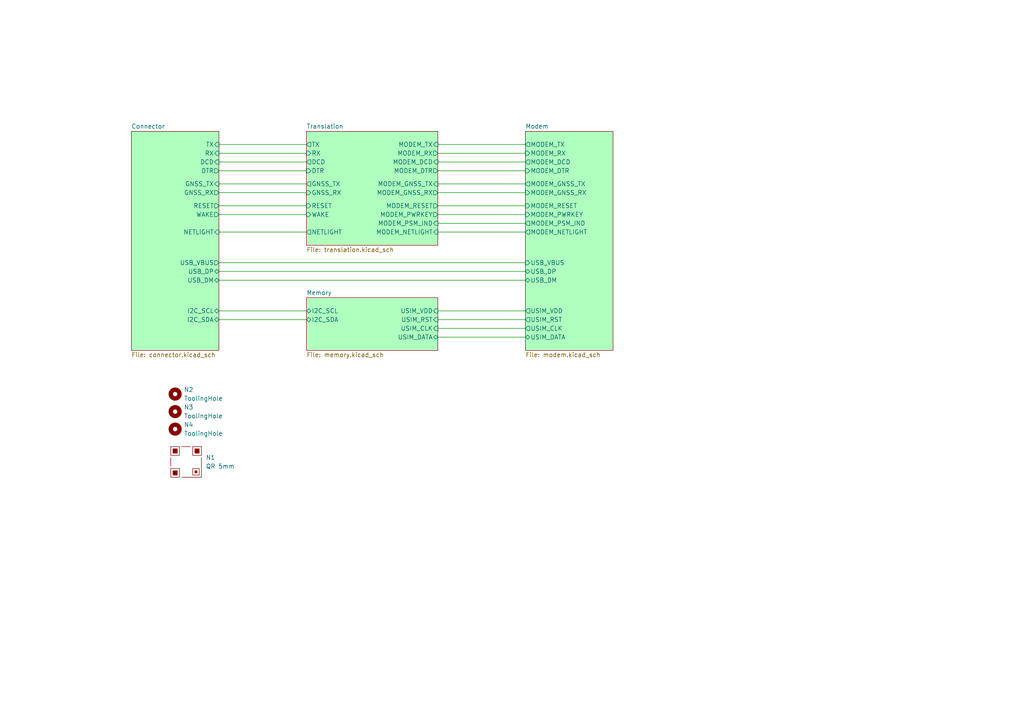
<source format=kicad_sch>
(kicad_sch (version 20250114) (generator "eeschema") (generator_version "9.0")
  (paper "A4")
  (title_block (title "Winglet BG95") (date "2025-09-29") (rev "v1.1b") (company "TL Embedded"))
  (lib_symbols
    (symbol "N_NonPart:QR_5mm_JLC" (in_bom no)
      (property "Reference" "N" (at 0.508 10.16 0))
      (property "Value" "QR 5mm" (at 4.572 -1.524 0))
      (symbol "QR_5mm_JLC_0_1"
        (rectangle (start 0 8.89) (end 2.54 6.35))
        (rectangle (start 0 2.54) (end 2.54 0))
        (rectangle (start 6.35 8.89) (end 8.89 6.35))
        (rectangle (start 6.35 2.54) (end 8.255 0.635))
      )
      (symbol "QR_5mm_JLC_1_1"
        (polyline (pts (xy 0 5.715) (xy 0 3.175)))
        (rectangle (start 0.635 8.255) (end 1.905 6.985) (fill (type outline)))
        (rectangle (start 0.635 1.905) (end 1.905 0.635) (fill (type outline)))
        (polyline (pts (xy 3.175 8.89) (xy 5.715 8.89)))
        (rectangle (start 6.985 8.255) (end 8.255 6.985) (fill (type outline)))
        (rectangle (start 6.985 1.905) (end 7.62 1.27) (fill (type outline)))
        (polyline (pts (xy 8.89 5.715) (xy 8.89 0)))
        (polyline (pts (xy 8.89 0) (xy 3.175 0)))
      )
    )
    (symbol "N_NonPart:ToolingHole_1mm" (in_bom no)
      (property "Reference" "N" (at 0 3.048 0))
      (property "Value" "ToolingHole" (at 0 -2.794 0))
      (symbol "ToolingHole_1mm_1_1"
        (circle (center 0 0) (radius 1.27) (stroke (width 1.27)))
      )
    )
  )
  (wire (pts (xy 63.5 44.45) (xy 88.9 44.45)))
  (wire (pts (xy 127 55.88) (xy 152.4 55.88)))
  (wire (pts (xy 63.5 90.17) (xy 88.9 90.17)))
  (wire (pts (xy 127 67.31) (xy 152.4 67.31)))
  (wire (pts (xy 63.5 78.74) (xy 152.4 78.74)))
  (wire (pts (xy 63.5 59.69) (xy 88.9 59.69)))
  (wire (pts (xy 63.5 41.91) (xy 88.9 41.91)))
  (wire (pts (xy 127 49.53) (xy 152.4 49.53)))
  (wire (pts (xy 127 92.71) (xy 152.4 92.71)))
  (wire (pts (xy 127 90.17) (xy 152.4 90.17)))
  (wire (pts (xy 63.5 81.28) (xy 152.4 81.28)))
  (wire (pts (xy 63.5 53.34) (xy 88.9 53.34)))
  (wire (pts (xy 127 64.77) (xy 152.4 64.77)))
  (wire (pts (xy 63.5 67.31) (xy 88.9 67.31)))
  (wire (pts (xy 127 53.34) (xy 152.4 53.34)))
  (wire (pts (xy 63.5 92.71) (xy 88.9 92.71)))
  (wire (pts (xy 63.5 55.88) (xy 88.9 55.88)))
  (wire (pts (xy 127 46.99) (xy 152.4 46.99)))
  (wire (pts (xy 127 44.45) (xy 152.4 44.45)))
  (wire (pts (xy 127 95.25) (xy 152.4 95.25)))
  (wire (pts (xy 127 41.91) (xy 152.4 41.91)))
  (wire (pts (xy 63.5 46.99) (xy 88.9 46.99)))
  (wire (pts (xy 63.5 49.53) (xy 88.9 49.53)))
  (wire (pts (xy 63.5 76.2) (xy 152.4 76.2)))
  (wire (pts (xy 127 97.79) (xy 152.4 97.79)))
  (wire (pts (xy 63.5 62.23) (xy 88.9 62.23)))
  (wire (pts (xy 127 62.23) (xy 152.4 62.23)))
  (wire (pts (xy 127 59.69) (xy 152.4 59.69)))
  (symbol (lib_id "N_NonPart:ToolingHole_1mm") (at 50.8 124.46 0) (unit 1) (in_bom no)
    (property "Reference" "N4" (at 53.34 123.1899 0) (effects (justify left)))
    (property "Value" "ToolingHole" (at 53.34 125.7299 0) (effects (justify left)))
    (property "Footprint" "N_NonPart:ToolingHole_1mm" (effects (hide yes)))
    (property "Description" "TOOLING HOLE 1MM" (effects (hide yes)))
  )
  (symbol (lib_id "N_NonPart:QR_5mm_JLC") (at 49.53 138.43 0) (unit 1) (in_bom no)
    (property "Reference" "N1" (at 59.69 132.7149 0) (effects (justify left)))
    (property "Value" "QR 5mm" (at 59.69 135.2549 0) (effects (justify left)))
    (property "Footprint" "N_NonPart:QR_5mm_JLC" (effects (hide yes)))
    (property "Description" "QR 8mm JLCPCB" (effects (hide yes)))
  )
  (symbol (lib_id "N_NonPart:ToolingHole_1mm") (at 50.8 119.38 0) (unit 1) (in_bom no)
    (property "Reference" "N3" (at 53.34 118.1099 0) (effects (justify left)))
    (property "Value" "ToolingHole" (at 53.34 120.6499 0) (effects (justify left)))
    (property "Footprint" "N_NonPart:ToolingHole_1mm" (effects (hide yes)))
    (property "Description" "TOOLING HOLE 1MM" (effects (hide yes)))
  )
  (symbol (lib_id "N_NonPart:ToolingHole_1mm") (at 50.8 114.3 0) (unit 1) (in_bom no)
    (property "Reference" "N2" (at 53.34 113.0299 0) (effects (justify left)))
    (property "Value" "ToolingHole" (at 53.34 115.5699 0) (effects (justify left)))
    (property "Footprint" "N_NonPart:ToolingHole_1mm" (effects (hide yes)))
    (property "Description" "TOOLING HOLE 1MM" (effects (hide yes)))
  )
  (sheet (at 38.1 38.1) (size 25.4 63.5) (stroke (width 0.1524)) (fill (color 175 255 191 1.0000))
    (property "Sheetname" "Connector" (at 38.1 37.3884 0) (effects (justify left bottom)))
    (property "Sheetfile" "connector.kicad_sch" (at 38.1 102.1846 0) (effects (justify left top)))
    (pin "USB_DM" bidirectional (at 63.5 81.28 0))
    (pin "USB_VBUS" output (at 63.5 76.2 0))
    (pin "RESET" output (at 63.5 59.69 0))
    (pin "RX" input (at 63.5 44.45 0))
    (pin "WAKE" output (at 63.5 62.23 0))
    (pin "DTR" output (at 63.5 49.53 0))
    (pin "DCD" input (at 63.5 46.99 0))
    (pin "NETLIGHT" input (at 63.5 67.31 0))
    (pin "USB_DP" bidirectional (at 63.5 78.74 0))
    (pin "TX" input (at 63.5 41.91 0))
    (pin "I2C_SCL" bidirectional (at 63.5 90.17 0))
    (pin "I2C_SDA" bidirectional (at 63.5 92.71 0))
    (pin "GNSS_TX" input (at 63.5 53.34 0))
    (pin "GNSS_RX" output (at 63.5 55.88 0))
  )
  (sheet (at 88.9 38.1) (size 38.1 33.02) (stroke (width 0.1524)) (fill (color 175 255 191 1.0000))
    (property "Sheetname" "Translation" (at 88.9 37.3884 0) (effects (justify left bottom)))
    (property "Sheetfile" "translation.kicad_sch" (at 88.9 71.7046 0) (effects (justify left top)))
    (pin "TX" output (at 88.9 41.91 180))
    (pin "DCD" output (at 88.9 46.99 180))
    (pin "RX" input (at 88.9 44.45 180))
    (pin "DTR" input (at 88.9 49.53 180))
    (pin "MODEM_NETLIGHT" input (at 127 67.31 0))
    (pin "MODEM_RX" output (at 127 44.45 0))
    (pin "MODEM_DCD" input (at 127 46.99 0))
    (pin "MODEM_PSM_IND" input (at 127 64.77 0))
    (pin "MODEM_TX" input (at 127 41.91 0))
    (pin "MODEM_DTR" output (at 127 49.53 0))
    (pin "WAKE" input (at 88.9 62.23 180))
    (pin "MODEM_RESET" output (at 127 59.69 0))
    (pin "NETLIGHT" output (at 88.9 67.31 180))
    (pin "RESET" input (at 88.9 59.69 180))
    (pin "GNSS_RX" input (at 88.9 55.88 180))
    (pin "GNSS_TX" output (at 88.9 53.34 180))
    (pin "MODEM_GNSS_RX" output (at 127 55.88 0))
    (pin "MODEM_GNSS_TX" input (at 127 53.34 0))
    (pin "MODEM_PWRKEY" output (at 127 62.23 0))
  )
  (sheet (at 152.4 38.1) (size 25.4 63.5) (stroke (width 0.1524)) (fill (color 175 255 191 1.0000))
    (property "Sheetname" "Modem" (at 152.4 37.3884 0) (effects (justify left bottom)))
    (property "Sheetfile" "modem.kicad_sch" (at 152.4 102.1846 0) (effects (justify left top)))
    (pin "USB_DM" bidirectional (at 152.4 81.28 180))
    (pin "MODEM_DCD" output (at 152.4 46.99 180))
    (pin "USB_DP" bidirectional (at 152.4 78.74 180))
    (pin "USB_VBUS" input (at 152.4 76.2 180))
    (pin "MODEM_RESET" input (at 152.4 59.69 180))
    (pin "MODEM_RX" input (at 152.4 44.45 180))
    (pin "MODEM_TX" output (at 152.4 41.91 180))
    (pin "MODEM_DTR" input (at 152.4 49.53 180))
    (pin "MODEM_NETLIGHT" output (at 152.4 67.31 180))
    (pin "MODEM_PSM_IND" output (at 152.4 64.77 180))
    (pin "USIM_VDD" output (at 152.4 90.17 180))
    (pin "USIM_CLK" output (at 152.4 95.25 180))
    (pin "USIM_DATA" bidirectional (at 152.4 97.79 180))
    (pin "USIM_RST" output (at 152.4 92.71 180))
    (pin "MODEM_GNSS_TX" output (at 152.4 53.34 180))
    (pin "MODEM_GNSS_RX" input (at 152.4 55.88 180))
    (pin "MODEM_PWRKEY" input (at 152.4 62.23 180))
  )
  (sheet (at 88.9 86.36) (size 38.1 15.24) (stroke (width 0.1524)) (fill (color 175 255 191 1.0000))
    (property "Sheetname" "Memory" (at 88.9 85.6484 0) (effects (justify left bottom)))
    (property "Sheetfile" "memory.kicad_sch" (at 88.9 102.1846 0) (effects (justify left top)))
    (pin "USIM_VDD" input (at 127 90.17 0))
    (pin "USIM_RST" input (at 127 92.71 0))
    (pin "USIM_DATA" bidirectional (at 127 97.79 0))
    (pin "USIM_CLK" input (at 127 95.25 0))
    (pin "I2C_SDA" bidirectional (at 88.9 92.71 180))
    (pin "I2C_SCL" bidirectional (at 88.9 90.17 180))
  )
)
</source>
